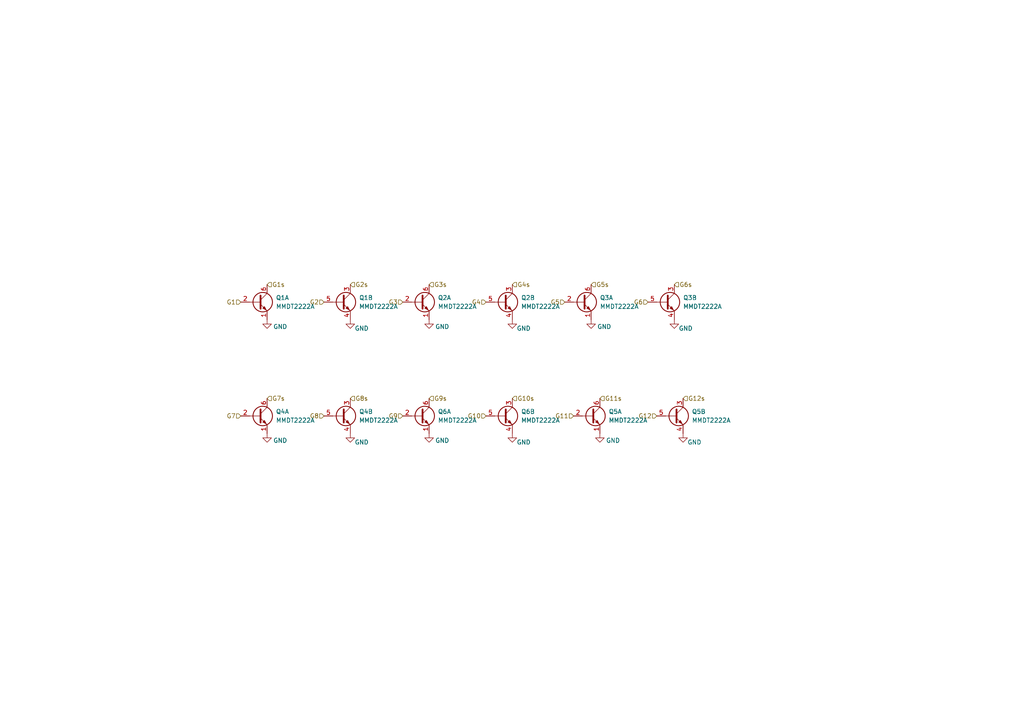
<source format=kicad_sch>
(kicad_sch (version 20230819) (generator eeschema)
  (paper "A4")
  (lib_symbols
    (symbol "Transistor_BJT:MMDT2222A" (pin_names (offset 0) hide)
      (property "Reference" "Q" (at 5.08 1.27 0))
      (property "Value" "MMDT2222A" (at 5.08 -1.27 0))
      (symbol "MMDT2222A_0_1"
        (polyline (pts (xy 0.635 0) (xy -2.54 0)))
        (polyline (pts (xy 0.635 0.635) (xy 2.54 2.54)))
        (polyline (pts (xy 0.635 -0.635) (xy 2.54 -2.54) (xy 2.54 -2.54)))
        (polyline (pts (xy 0.635 1.905) (xy 0.635 -1.905) (xy 0.635 -1.905)) (stroke (width 0.508)))
        (polyline (pts (xy 1.27 -1.778) (xy 1.778 -1.27) (xy 2.286 -2.286) (xy 1.27 -1.778) (xy 1.27 -1.778)) (fill (type outline)))
        (circle (center 1.27 0) (radius 2.8194) (stroke (width 0.254)))
      )
      (symbol "MMDT2222A_1_1"
        (pin passive line (at 2.54 -5.08 90) (length 2.54) (name "E1") (number "1"))
        (pin input line (at -5.08 0 0) (length 2.54) (name "B1") (number "2"))
        (pin passive line (at 2.54 5.08 270) (length 2.54) (name "C1") (number "6"))
      )
      (symbol "MMDT2222A_2_1"
        (pin passive line (at 2.54 5.08 270) (length 2.54) (name "C2") (number "3"))
        (pin passive line (at 2.54 -5.08 90) (length 2.54) (name "E2") (number "4"))
        (pin input line (at -5.08 0 0) (length 2.54) (name "B2") (number "5"))
      )
    )
    (symbol "power:GND" (power) (pin_names (offset 0))
      (property "Value" "GND" (at 0 -3.81 0))
      (symbol "GND_0_1"
        (polyline (pts (xy 0 0) (xy 0 -1.27) (xy 1.27 -1.27) (xy 0 -2.54) (xy -1.27 -1.27) (xy 0 -1.27)))
      )
      (symbol "GND_1_1"
        (pin power_in line (at 0 0 270) (length 0) hide (name "GND") (number "1"))
      )
    )
  )
  (hierarchical_label "G10s" (shape input) (at 148.59 115.57 0))
  (hierarchical_label "G11" (shape input) (at 166.37 120.65 180))
  (hierarchical_label "G11s" (shape input) (at 173.99 115.57 0))
  (hierarchical_label "G7" (shape input) (at 69.85 120.65 180))
  (hierarchical_label "G5" (shape input) (at 163.83 87.63 180))
  (hierarchical_label "G1s" (shape input) (at 77.47 82.55 0))
  (hierarchical_label "G2s" (shape input) (at 101.6 82.55 0))
  (hierarchical_label "G5s" (shape input) (at 171.45 82.55 0))
  (hierarchical_label "G4" (shape input) (at 140.97 87.63 180))
  (hierarchical_label "G6s" (shape input) (at 195.58 82.55 0))
  (hierarchical_label "G3s" (shape input) (at 124.46 82.55 0))
  (hierarchical_label "G4s" (shape input) (at 148.59 82.55 0))
  (hierarchical_label "G9" (shape input) (at 116.84 120.65 180))
  (hierarchical_label "G1" (shape input) (at 69.85 87.63 180))
  (hierarchical_label "G12" (shape input) (at 190.5 120.65 180))
  (hierarchical_label "G9s" (shape input) (at 124.46 115.57 0))
  (hierarchical_label "G8" (shape input) (at 93.98 120.65 180))
  (hierarchical_label "G6" (shape input) (at 187.96 87.63 180))
  (hierarchical_label "G10" (shape input) (at 140.97 120.65 180))
  (hierarchical_label "G3" (shape input) (at 116.84 87.63 180))
  (hierarchical_label "G8s" (shape input) (at 101.6 115.57 0))
  (hierarchical_label "G7s" (shape input) (at 77.47 115.57 0))
  (hierarchical_label "G12s" (shape input) (at 198.12 115.57 0))
  (hierarchical_label "G2" (shape input) (at 93.98 87.63 180))
  (symbol (lib_id "power:GND") (at 124.46 92.71 0) (unit 1)
    (property "Reference" "#PWR07" (effects hide))
    (property "Value" "GND" (at 128.27 94.742 0))
    (property "Description" "Power symbol creates a global label with name \"GND\" , ground" (effects hide))
    (instances (project "VFD Replacement" (path "" (reference "#PWR07") (unit 1)) (path "" (reference "#PWR013") (unit 1))))
  )
  (symbol (lib_id "power:GND") (at 148.59 92.71 0) (unit 1)
    (property "Reference" "#PWR08" (effects hide))
    (property "Value" "GND" (at 151.892 95.25 0))
    (property "Description" "Power symbol creates a global label with name \"GND\" , ground" (effects hide))
    (instances (project "VFD Replacement" (path "" (reference "#PWR08") (unit 1)) (path "" (reference "#PWR015") (unit 1))))
  )
  (symbol (lib_id "Transistor_BJT:MMDT2222A") (at 168.91 87.63 0) (unit 1)
    (property "Reference" "Q3" (at 173.99 86.3599 0) (effects (justify left)))
    (property "Value" "MMDT2222A" (at 173.99 88.8999 0) (effects (justify left)))
    (property "Footprint" "Package_TO_SOT_SMD:SOT-363_SC-70-6" (effects hide))
    (property "Datasheet" "http://www.diodes.com/_files/datasheets/ds30125.pdf" (effects hide))
    (property "Description" "600mA IC, 40V Vce, Dual NPN/NPN Transistors, SOT-363" (effects hide))
    (instances (project "VFD Replacement" (path "" (reference "Q3") (unit 1)) (path "" (reference "Q2") (unit 1))))
  )
  (symbol (lib_id "power:GND") (at 171.45 92.71 0) (unit 1)
    (property "Reference" "#PWR09" (effects hide))
    (property "Value" "GND" (at 175.26 94.742 0))
    (property "Description" "Power symbol creates a global label with name \"GND\" , ground" (effects hide))
    (instances (project "VFD Replacement" (path "" (reference "#PWR09") (unit 1)) (path "" (reference "#PWR06") (unit 1))))
  )
  (symbol (lib_id "power:GND") (at 148.59 125.73 0) (unit 1)
    (property "Reference" "#PWR016" (effects hide))
    (property "Value" "GND" (at 151.892 128.27 0))
    (property "Description" "Power symbol creates a global label with name \"GND\" , ground" (effects hide))
  )
  (symbol (lib_id "Transistor_BJT:MMDT2222A") (at 74.93 87.63 0) (unit 1)
    (property "Reference" "Q1" (at 80.01 86.3599 0) (effects (justify left)))
    (property "Value" "MMDT2222A" (at 80.01 88.8999 0) (effects (justify left)))
    (property "Footprint" "Package_TO_SOT_SMD:SOT-363_SC-70-6" (effects hide))
    (property "Datasheet" "http://www.diodes.com/_files/datasheets/ds30125.pdf" (effects hide))
    (property "Description" "600mA IC, 40V Vce, Dual NPN/NPN Transistors, SOT-363" (effects hide))
  )
  (symbol (lib_id "power:GND") (at 173.99 125.73 0) (unit 1)
    (property "Reference" "#PWR012" (effects hide))
    (property "Value" "GND" (at 177.8 127.762 0))
    (property "Description" "Power symbol creates a global label with name \"GND\" , ground" (effects hide))
    (instances (project "VFD Replacement" (path "" (reference "#PWR012") (unit 1)) (path "" (reference "#PWR08") (unit 1))))
  )
  (symbol (lib_id "power:GND") (at 77.47 125.73 0) (unit 1)
    (property "Reference" "#PWR011" (effects hide))
    (property "Value" "GND" (at 81.28 127.762 0))
    (property "Description" "Power symbol creates a global label with name \"GND\" , ground" (effects hide))
    (instances (project "VFD Replacement" (path "" (reference "#PWR011") (unit 1)) (path "" (reference "#PWR07") (unit 1))))
  )
  (symbol (lib_id "power:GND") (at 198.12 125.73 0) (unit 1)
    (property "Reference" "#PWR014" (effects hide))
    (property "Value" "GND" (at 201.422 128.27 0))
    (property "Description" "Power symbol creates a global label with name \"GND\" , ground" (effects hide))
    (instances (project "VFD Replacement" (path "" (reference "#PWR014") (unit 1)) (path "" (reference "#PWR012") (unit 1))))
  )
  (symbol (lib_id "power:GND") (at 195.58 92.71 0) (unit 1)
    (property "Reference" "#PWR010" (effects hide))
    (property "Value" "GND" (at 198.882 95.25 0))
    (property "Description" "Power symbol creates a global label with name \"GND\" , ground" (effects hide))
  )
  (symbol (lib_id "Transistor_BJT:MMDT2222A") (at 74.93 120.65 0) (unit 1)
    (property "Reference" "Q4" (at 80.01 119.3799 0) (effects (justify left)))
    (property "Value" "MMDT2222A" (at 80.01 121.9199 0) (effects (justify left)))
    (property "Footprint" "Package_TO_SOT_SMD:SOT-363_SC-70-6" (effects hide))
    (property "Datasheet" "http://www.diodes.com/_files/datasheets/ds30125.pdf" (effects hide))
    (property "Description" "600mA IC, 40V Vce, Dual NPN/NPN Transistors, SOT-363" (effects hide))
    (instances (project "VFD Replacement" (path "" (reference "Q4") (unit 1)) (path "" (reference "Q3") (unit 1))))
  )
  (symbol (lib_id "power:GND") (at 101.6 125.73 0) (unit 1)
    (property "Reference" "#PWR013" (effects hide))
    (property "Value" "GND" (at 104.902 128.27 0))
    (property "Description" "Power symbol creates a global label with name \"GND\" , ground" (effects hide))
    (instances (project "VFD Replacement" (path "" (reference "#PWR013") (unit 1)) (path "" (reference "#PWR011") (unit 1))))
  )
  (symbol (lib_id "Transistor_BJT:MMDT2222A") (at 99.06 87.63 0) (unit 2)
    (property "Reference" "Q1" (at 104.14 86.3599 0) (effects (justify left)))
    (property "Value" "MMDT2222A" (at 104.14 88.8999 0) (effects (justify left)))
    (property "Footprint" "Package_TO_SOT_SMD:SOT-363_SC-70-6" (effects hide))
    (property "Datasheet" "http://www.diodes.com/_files/datasheets/ds30125.pdf" (effects hide))
    (property "Description" "600mA IC, 40V Vce, Dual NPN/NPN Transistors, SOT-363" (effects hide))
  )
  (symbol (lib_id "Transistor_BJT:MMDT2222A") (at 195.58 120.65 0) (unit 2)
    (property "Reference" "Q5" (at 200.66 119.3799 0) (effects (justify left)))
    (property "Value" "MMDT2222A" (at 200.66 121.9199 0) (effects (justify left)))
    (property "Footprint" "Package_TO_SOT_SMD:SOT-363_SC-70-6" (effects hide))
    (property "Datasheet" "http://www.diodes.com/_files/datasheets/ds30125.pdf" (effects hide))
    (property "Description" "600mA IC, 40V Vce, Dual NPN/NPN Transistors, SOT-363" (effects hide))
    (instances (project "VFD Replacement" (path "" (reference "Q5") (unit 2)) (path "" (reference "Q4") (unit 2))))
  )
  (symbol (lib_id "power:GND") (at 77.47 92.71 0) (unit 1)
    (property "Reference" "#PWR06" (effects hide))
    (property "Value" "GND" (at 81.28 94.742 0))
    (property "Description" "Power symbol creates a global label with name \"GND\" , ground" (effects hide))
    (instances (project "VFD Replacement" (path "" (reference "#PWR06") (unit 1)) (path "" (reference "#PWR05") (unit 1))))
  )
  (symbol (lib_id "power:GND") (at 124.46 125.73 0) (unit 1)
    (property "Reference" "#PWR015" (effects hide))
    (property "Value" "GND" (at 128.27 127.762 0))
    (property "Description" "Power symbol creates a global label with name \"GND\" , ground" (effects hide))
    (instances (project "VFD Replacement" (path "" (reference "#PWR015") (unit 1)) (path "" (reference "#PWR014") (unit 1))))
  )
  (symbol (lib_id "power:GND") (at 101.6 92.71 0) (unit 1)
    (property "Reference" "#PWR05" (effects hide))
    (property "Value" "GND" (at 104.902 95.25 0))
    (property "Description" "Power symbol creates a global label with name \"GND\" , ground" (effects hide))
    (instances (project "VFD Replacement" (path "" (reference "#PWR05") (unit 1)) (path "" (reference "#PWR09") (unit 1))))
  )
  (symbol (lib_id "Transistor_BJT:MMDT2222A") (at 193.04 87.63 0) (unit 2)
    (property "Reference" "Q3" (at 198.12 86.3599 0) (effects (justify left)))
    (property "Value" "MMDT2222A" (at 198.12 88.8999 0) (effects (justify left)))
    (property "Footprint" "Package_TO_SOT_SMD:SOT-363_SC-70-6" (effects hide))
    (property "Datasheet" "http://www.diodes.com/_files/datasheets/ds30125.pdf" (effects hide))
    (property "Description" "600mA IC, 40V Vce, Dual NPN/NPN Transistors, SOT-363" (effects hide))
    (instances (project "VFD Replacement" (path "" (reference "Q3") (unit 2)) (path "" (reference "Q2") (unit 2))))
  )
  (symbol (lib_id "Transistor_BJT:MMDT2222A") (at 121.92 120.65 0) (unit 1)
    (property "Reference" "Q6" (at 127 119.3799 0) (effects (justify left)))
    (property "Value" "MMDT2222A" (at 127 121.9199 0) (effects (justify left)))
    (property "Footprint" "Package_TO_SOT_SMD:SOT-363_SC-70-6" (effects hide))
    (property "Datasheet" "http://www.diodes.com/_files/datasheets/ds30125.pdf" (effects hide))
    (property "Description" "600mA IC, 40V Vce, Dual NPN/NPN Transistors, SOT-363" (effects hide))
  )
  (symbol (lib_id "Transistor_BJT:MMDT2222A") (at 146.05 120.65 0) (unit 2)
    (property "Reference" "Q6" (at 151.13 119.3799 0) (effects (justify left)))
    (property "Value" "MMDT2222A" (at 151.13 121.9199 0) (effects (justify left)))
    (property "Footprint" "Package_TO_SOT_SMD:SOT-363_SC-70-6" (effects hide))
    (property "Datasheet" "http://www.diodes.com/_files/datasheets/ds30125.pdf" (effects hide))
    (property "Description" "600mA IC, 40V Vce, Dual NPN/NPN Transistors, SOT-363" (effects hide))
  )
  (symbol (lib_id "Transistor_BJT:MMDT2222A") (at 121.92 87.63 0) (unit 1)
    (property "Reference" "Q2" (at 127 86.3599 0) (effects (justify left)))
    (property "Value" "MMDT2222A" (at 127 88.8999 0) (effects (justify left)))
    (property "Footprint" "Package_TO_SOT_SMD:SOT-363_SC-70-6" (effects hide))
    (property "Datasheet" "http://www.diodes.com/_files/datasheets/ds30125.pdf" (effects hide))
    (property "Description" "600mA IC, 40V Vce, Dual NPN/NPN Transistors, SOT-363" (effects hide))
    (instances (project "VFD Replacement" (path "" (reference "Q2") (unit 1)) (path "" (reference "Q5") (unit 1))))
  )
  (symbol (lib_id "Transistor_BJT:MMDT2222A") (at 99.06 120.65 0) (unit 2)
    (property "Reference" "Q4" (at 104.14 119.3799 0) (effects (justify left)))
    (property "Value" "MMDT2222A" (at 104.14 121.9199 0) (effects (justify left)))
    (property "Footprint" "Package_TO_SOT_SMD:SOT-363_SC-70-6" (effects hide))
    (property "Datasheet" "http://www.diodes.com/_files/datasheets/ds30125.pdf" (effects hide))
    (property "Description" "600mA IC, 40V Vce, Dual NPN/NPN Transistors, SOT-363" (effects hide))
    (instances (project "VFD Replacement" (path "" (reference "Q4") (unit 2)) (path "" (reference "Q3") (unit 2))))
  )
  (symbol (lib_id "Transistor_BJT:MMDT2222A") (at 171.45 120.65 0) (unit 1)
    (property "Reference" "Q5" (at 176.53 119.3799 0) (effects (justify left)))
    (property "Value" "MMDT2222A" (at 176.53 121.9199 0) (effects (justify left)))
    (property "Footprint" "Package_TO_SOT_SMD:SOT-363_SC-70-6" (effects hide))
    (property "Datasheet" "http://www.diodes.com/_files/datasheets/ds30125.pdf" (effects hide))
    (property "Description" "600mA IC, 40V Vce, Dual NPN/NPN Transistors, SOT-363" (effects hide))
    (instances (project "VFD Replacement" (path "" (reference "Q5") (unit 1)) (path "" (reference "Q4") (unit 1))))
  )
  (symbol (lib_id "Transistor_BJT:MMDT2222A") (at 146.05 87.63 0) (unit 2)
    (property "Reference" "Q2" (at 151.13 86.3599 0) (effects (justify left)))
    (property "Value" "MMDT2222A" (at 151.13 88.8999 0) (effects (justify left)))
    (property "Footprint" "Package_TO_SOT_SMD:SOT-363_SC-70-6" (effects hide))
    (property "Datasheet" "http://www.diodes.com/_files/datasheets/ds30125.pdf" (effects hide))
    (property "Description" "600mA IC, 40V Vce, Dual NPN/NPN Transistors, SOT-363" (effects hide))
    (instances (project "VFD Replacement" (path "" (reference "Q2") (unit 2)) (path "" (reference "Q5") (unit 2))))
  )
)
</source>
